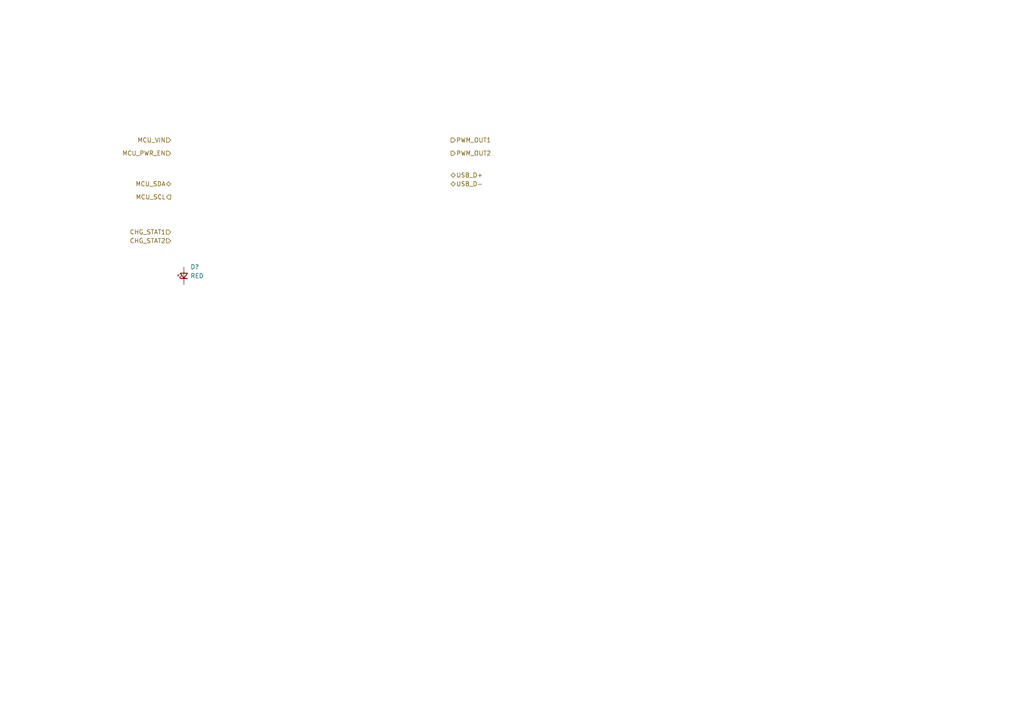
<source format=kicad_sch>
(kicad_sch (version 20230121) (generator eeschema)
  (paper "A4")
  (lib_symbols
    (symbol "Device:LED_Small" (pin_numbers hide) (pin_names (offset 0.254) hide)
      (property "Reference" "D" (at -1.27 3.175 0))
      (property "Value" "LED_Small" (at -4.445 -2.54 0))
      (symbol "LED_Small_0_1"
        (polyline (pts (xy -0.762 -1.016) (xy -0.762 1.016)) (stroke (width 0.254)))
        (polyline (pts (xy 1.016 0) (xy -0.762 0)))
        (polyline (pts (xy 0.762 -1.016) (xy -0.762 0) (xy 0.762 1.016) (xy 0.762 -1.016)) (stroke (width 0.254)))
        (polyline (pts (xy 0 0.762) (xy -0.508 1.27) (xy -0.254 1.27) (xy -0.508 1.27) (xy -0.508 1.016)))
        (polyline (pts (xy 0.508 1.27) (xy 0 1.778) (xy 0.254 1.778) (xy 0 1.778) (xy 0 1.524)))
      )
      (symbol "LED_Small_1_1"
        (pin passive line (at -2.54 0 0) (length 1.778) (name "K") (number "1"))
        (pin passive line (at 2.54 0 180) (length 1.778) (name "A") (number "2"))
      )
    )
  )
  (hierarchical_label "MCU_SCL" (shape output) (at 49.53 57.15 180))
  (hierarchical_label "USB_D+" (shape bidirectional) (at 130.81 50.8 0))
  (hierarchical_label "CHG_STAT2" (shape input) (at 49.53 69.85 180))
  (hierarchical_label "PWM_OUT1" (shape output) (at 130.81 40.64 0))
  (hierarchical_label "MCU_VIN" (shape input) (at 49.53 40.64 180))
  (hierarchical_label "MCU_PWR_EN" (shape input) (at 49.53 44.45 180))
  (hierarchical_label "USB_D-" (shape bidirectional) (at 130.81 53.34 0))
  (hierarchical_label "MCU_SDA" (shape bidirectional) (at 49.53 53.34 180))
  (hierarchical_label "PWM_OUT2" (shape output) (at 130.81 44.45 0))
  (hierarchical_label "CHG_STAT1" (shape input) (at 49.53 67.31 180))
  (symbol (lib_id "Device:LED_Small") (at 53.34 80.01 90) (unit 1)
    (property "Reference" "D?" (at 56.5003 77.4194 90))
    (property "Value" "RED" (at 57.15 80.01 90))
    (property "Footprint" "LED_SMD:LED_0603_1608Metric" (effects hide))
    (property "MFG" "Würth Elektronik" (effects hide))
    (property "MFG PN" "150060RS75000" (effects hide))
    (property "VF" "2V" (effects hide))
  )
)
</source>
